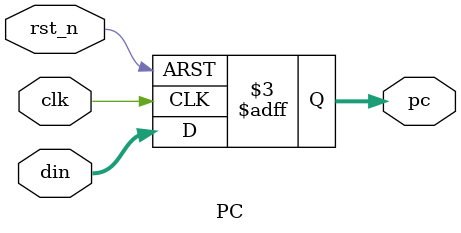
<source format=v>
module PC (
    input  wire        clk  ,
    input  wire        rst_n,
    input  wire [31:0] din  ,
    output reg  [31:0] pc
);

always @ (posedge clk or negedge rst_n) begin
    if (~rst_n) pc <= -4; // 初始给 -4, 避免覆盖
        else pc <= din;
end

endmodule

</source>
